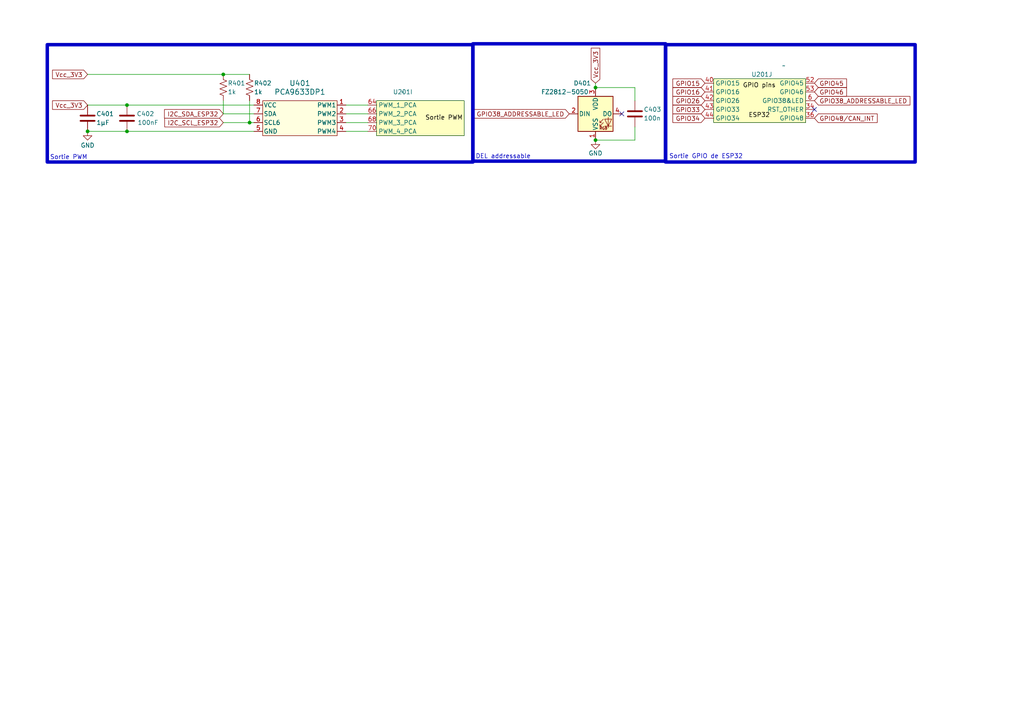
<source format=kicad_sch>
(kicad_sch (version 20231120) (generator "eeschema") (generator_version "8.0")
  (paper "A4")
  (lib_symbols
    (symbol "Device:C" (pin_numbers hide) (pin_names (offset 0.254))
      (property "Reference" "C" (at 0.635 2.54 0))
      (property "Value" "C" (at 0.635 -2.54 0))
      (symbol "C_0_1"
        (polyline (pts (xy -2.032 -0.762) (xy 2.032 -0.762)) (stroke (width 0.508)))
        (polyline (pts (xy -2.032 0.762) (xy 2.032 0.762)) (stroke (width 0.508)))
      )
      (symbol "C_1_1"
        (pin passive line (at 0 3.81 270) (length 2.794) (name "~") (number "1"))
        (pin passive line (at 0 -3.81 90) (length 2.794) (name "~") (number "2"))
      )
    )
    (symbol "Device:R_US" (pin_numbers hide) (pin_names (offset 0))
      (property "Reference" "R" (at 2.54 0 90))
      (property "Value" "R_US" (at -2.54 0 90))
      (symbol "R_US_0_1"
        (polyline (pts (xy 0 -2.286) (xy 0 -2.54)))
        (polyline (pts (xy 0 2.286) (xy 0 2.54)))
        (polyline (pts (xy 0 -0.762) (xy 1.016 -1.143) (xy 0 -1.524) (xy -1.016 -1.905) (xy 0 -2.286)))
        (polyline (pts (xy 0 0.762) (xy 1.016 0.381) (xy 0 0) (xy -1.016 -0.381) (xy 0 -0.762)))
        (polyline (pts (xy 0 2.286) (xy 1.016 1.905) (xy 0 1.524) (xy -1.016 1.143) (xy 0 0.762)))
      )
      (symbol "R_US_1_1"
        (pin passive line (at 0 3.81 270) (length 1.27) (name "~") (number "1"))
        (pin passive line (at 0 -3.81 90) (length 1.27) (name "~") (number "2"))
      )
    )
    (symbol "LED:Inolux_IN-PI554FCH" (pin_names (offset 0.254))
      (property "Reference" "D" (at 5.08 5.715 0))
      (property "Value" "Inolux_IN-PI554FCH" (at 1.27 -5.715 0))
      (symbol "Inolux_IN-PI554FCH_0_0"
        (text "RGB" (at 2.286 -4.191 0) (effects (font (size 0.762 0.762))))
      )
      (symbol "Inolux_IN-PI554FCH_0_1"
        (polyline (pts (xy 1.27 -3.556) (xy 1.778 -3.556)))
        (polyline (pts (xy 1.27 -2.54) (xy 1.778 -2.54)))
        (polyline (pts (xy 4.699 -3.556) (xy 2.667 -3.556)))
        (polyline (pts (xy 2.286 -2.54) (xy 1.27 -3.556) (xy 1.27 -3.048)))
        (polyline (pts (xy 2.286 -1.524) (xy 1.27 -2.54) (xy 1.27 -2.032)))
        (polyline (pts (xy 3.683 -1.016) (xy 3.683 -3.556) (xy 3.683 -4.064)))
        (polyline (pts (xy 4.699 -1.524) (xy 2.667 -1.524) (xy 3.683 -3.556) (xy 4.699 -1.524)))
        (rectangle (start 5.08 5.08) (end -5.08 -5.08) (stroke (width 0.254)) (fill (type background)))
      )
      (symbol "Inolux_IN-PI554FCH_1_1"
        (pin power_in line (at 0 -7.62 90) (length 2.54) (name "VSS") (number "1"))
        (pin input line (at -7.62 0 0) (length 2.54) (name "DIN") (number "2"))
        (pin power_in line (at 0 7.62 270) (length 2.54) (name "VDD") (number "3"))
        (pin output line (at 7.62 0 180) (length 2.54) (name "DO") (number "4"))
      )
    )
    (symbol "PCA9633DP1:PCA9633DP1" (pin_names (offset 0.254))
      (property "Reference" "U501" (at 0.635 8.89 0))
      (property "Value" "PCA9633DP1" (at 0.635 6.35 0))
      (symbol "PCA9633DP1_1_1"
        (rectangle (start -10.16 3.81) (end 11.43 -6.35) (fill (type color) (color 255 255 194 0.5)))
        (pin output line (at 13.97 2.54 180) (length 2.54) (name "PWM1") (number "1"))
        (pin output line (at 13.97 0 180) (length 2.54) (name "PWM2") (number "2"))
        (pin output line (at 13.97 -2.54 180) (length 2.54) (name "PWM3") (number "3"))
        (pin output line (at 13.97 -5.08 180) (length 2.54) (name "PWM4") (number "4"))
        (pin output line (at -12.7 -5.08 0) (length 2.54) (name "GND") (number "5"))
        (pin output line (at -12.7 -2.54 0) (length 2.54) (name "SCL6") (number "6"))
        (pin output line (at -12.7 0 0) (length 2.54) (name "SDA") (number "7"))
        (pin output line (at -12.7 2.54 0) (length 2.54) (name "VCC") (number "8"))
      )
    )
    (symbol "connecteur_SOM_ESP32_V2_1"
      (property "Reference" "U1" (at 6.35 7.62 0))
      (property "Value" "~" (at 6.35 7.62 0))
      (symbol "connecteur_SOM_ESP32_V2_1_1_1"
        (rectangle (start -13.97 0) (end 13.97 -35.56) (stroke (width 0) (color 72 0 0 1)) (fill (type background)))
        (text "Pins d'alimentation\n&\nResets" (at 0 -16.764 0) (effects (font (size 1.27 1.27) (bold yes))))
        (pin power_in line (at 16.51 -1.27 180) (length 2.54) (name "GND") (number "1"))
        (pin power_in line (at 16.51 -6.35 180) (length 2.54) (name "GND") (number "18"))
        (pin power_in line (at -16.51 -1.27 0) (length 2.54) (name "Vcc_3v3") (number "2"))
        (pin power_in line (at 16.51 -8.89 180) (length 2.54) (name "GND") (number "33"))
        (pin power_in line (at 16.51 -11.43 180) (length 2.54) (name "GND") (number "38"))
        (pin power_in line (at 16.51 -13.97 180) (length 2.54) (name "GND") (number "39"))
        (pin power_in line (at -16.51 -3.81 0) (length 2.54) (name "Vcc_3v3") (number "4"))
        (pin power_in line (at 16.51 -16.51 180) (length 2.54) (name "GND") (number "45"))
        (pin power_in line (at -16.51 -8.89 0) (length 2.54) (name "Vcc_5V") (number "50"))
        (pin power_in line (at 16.51 -19.05 180) (length 2.54) (name "GND") (number "51"))
        (pin bidirectional line (at -16.51 -6.35 0) (length 2.54) (name "RESET_AUTRES") (number "54"))
        (pin power_in line (at 16.51 -21.59 180) (length 2.54) (name "GND") (number "55"))
        (pin bidirectional line (at -16.51 -29.21 0) (length 2.54) (name "RESET_ESP32") (number "56"))
        (pin power_in line (at 16.51 -24.13 180) (length 2.54) (name "GND") (number "57"))
        (pin power_in line (at 16.51 -26.67 180) (length 2.54) (name "GND") (number "62"))
        (pin power_in line (at 16.51 -29.21 180) (length 2.54) (name "GND") (number "63"))
        (pin power_in line (at 16.51 -31.75 180) (length 2.54) (name "GND") (number "69"))
        (pin power_in line (at 16.51 -3.81 180) (length 2.54) (name "GND") (number "7"))
        (pin power_in line (at -16.51 -31.75 0) (length 2.54) (name "Vcc_3v3") (number "72"))
        (pin power_in line (at -16.51 -34.29 0) (length 2.54) (name "Vcc_3v3") (number "74"))
        (pin power_in line (at 16.51 -34.29 180) (length 2.54) (name "GND") (number "75"))
      )
      (symbol "connecteur_SOM_ESP32_V2_1_2_1"
        (rectangle (start -17.78 0) (end 16.51 -24.13) (stroke (width 0) (color 0 0 72 1)) (fill (type background)))
        (text "I2C" (at -0.254 -11.684 0) (effects (font (size 1.27 1.27))))
        (pin bidirectional line (at 19.05 -3.81 180) (length 2.54) (name "I2C_SCL_1_TCA") (number "11"))
        (pin bidirectional line (at 19.05 -7.62 180) (length 2.54) (name "I2C_SDA_2_TCA") (number "13"))
        (pin bidirectional line (at 19.05 -13.97 180) (length 2.54) (name "I2C_SDA_3_TCA") (number "14"))
        (pin bidirectional line (at 19.05 -10.16 180) (length 2.54) (name "I2C_SCL_2_TCA") (number "15"))
        (pin bidirectional line (at 19.05 -16.51 180) (length 2.54) (name "I2C_SCL_3_TCA") (number "16"))
        (pin bidirectional line (at 19.05 -20.32 180) (length 2.54) (name "I2C_SDA_4_TCA") (number "17"))
        (pin bidirectional line (at 19.05 -22.86 180) (length 2.54) (name "I2C_SCL_4_TCA") (number "19"))
        (pin bidirectional line (at -20.32 -10.16 0) (length 2.54) (name "I2C_SDA_ESP32") (number "58"))
        (pin bidirectional line (at -20.32 -12.7 0) (length 2.54) (name "I2C_SCL_ESP32") (number "60"))
        (pin bidirectional line (at 19.05 -1.27 180) (length 2.54) (name "I2C_SDA_1_TCA") (number "9"))
      )
      (symbol "connecteur_SOM_ESP32_V2_1_3_1"
        (rectangle (start -2.54 6.35) (end 15.24 -7.62) (stroke (width 0) (color 0 0 72 1)) (fill (type background)))
        (text "SPI" (at 0 0 0) (effects (font (size 1.27 1.27) (bold yes))))
        (pin bidirectional line (at 17.78 5.08 180) (length 2.54) (name "CS_1") (number "20"))
        (pin bidirectional line (at 17.78 2.54 180) (length 2.54) (name "CS_2") (number "21"))
        (pin bidirectional line (at 17.78 -1.27 180) (length 2.54) (name "SPI_CLK") (number "23"))
        (pin bidirectional line (at 17.78 -3.81 180) (length 2.54) (name "SPI_MOSI") (number "35"))
        (pin bidirectional line (at 17.78 -6.35 180) (length 2.54) (name "SPI_MISO") (number "37"))
      )
      (symbol "connecteur_SOM_ESP32_V2_1_4_1"
        (rectangle (start -12.7 2.54) (end 11.43 -2.54) (stroke (width 0) (color 0 0 72 1)) (fill (type background)))
        (text "Canbus" (at -8.636 0.254 0) (effects (font (size 1.27 1.27) (bold yes))))
        (pin bidirectional line (at 13.97 1.27 180) (length 2.54) (name "CAN_H_MCP2515") (number "71"))
        (pin bidirectional line (at 13.97 -1.27 180) (length 2.54) (name "CAN_L_MCP2515") (number "73"))
      )
      (symbol "connecteur_SOM_ESP32_V2_1_5_1"
        (rectangle (start -11.43 2.54) (end 3.81 -2.54) (stroke (width 0) (color 0 0 72 1)) (fill (type background)))
        (text "UART" (at -7.874 0.254 0) (effects (font (size 1.27 1.27) (bold yes))))
        (pin bidirectional line (at 6.35 1.27 180) (length 2.54) (name "UART_TX") (number "22"))
        (pin bidirectional line (at 6.35 -1.27 180) (length 2.54) (name "UART_RX") (number "32"))
      )
      (symbol "connecteur_SOM_ESP32_V2_1_6_1"
        (rectangle (start -13.97 2.54) (end 8.89 -2.54) (stroke (width 0) (color 0 0 72 1)) (fill (type background)))
        (text "USB" (at -11.176 0.254 0) (effects (font (size 1.27 1.27) (bold yes))))
        (pin bidirectional line (at 11.43 -1.27 180) (length 2.54) (name "USB_D+_FT231") (number "3"))
        (pin bidirectional line (at 11.43 1.27 180) (length 2.54) (name "USB_D-_FT231") (number "5"))
      )
      (symbol "connecteur_SOM_ESP32_V2_1_7_1"
        (rectangle (start -13.97 2.54) (end 10.16 -2.54) (stroke (width 0) (color 0 0 72 1)) (fill (type background)))
        (text "DEBUG" (at -9.906 0.254 0) (effects (font (size 1.27 1.27) (bold yes))))
        (pin bidirectional line (at 12.7 1.27 180) (length 2.54) (name "USB_DEBUG_D-") (number "46"))
        (pin bidirectional line (at 12.7 -1.27 180) (length 2.54) (name "USB_DEBUG_D+") (number "48"))
      )
      (symbol "connecteur_SOM_ESP32_V2_1_8_1"
        (rectangle (start -15.24 3.81) (end 5.08 -3.81) (stroke (width 0) (color 0 0 72 1)) (fill (type background)))
        (text "I2S" (at -12.192 0 0) (effects (font (size 1.27 1.27) (bold yes))))
        (pin bidirectional line (at 7.62 0 180) (length 2.54) (name "I2S_WS") (number "10"))
        (pin bidirectional line (at 7.62 -2.54 180) (length 2.54) (name "I2S_DIN/DOUT") (number "12"))
        (pin bidirectional line (at 7.62 2.54 180) (length 2.54) (name "I2S_BCLK") (number "8"))
      )
      (symbol "connecteur_SOM_ESP32_V2_1_9_1"
        (rectangle (start -11.43 5.08) (end 13.97 -5.08) (stroke (width 0) (color 0 72 0 1)) (fill (type background)))
        (text "Sortie PWM\n" (at -5.588 0.254 0) (effects (font (size 1.27 1.27))))
        (pin output line (at 16.51 3.81 180) (length 2.54) (name "PWM_1_PCA") (number "64"))
        (pin output line (at 16.51 1.27 180) (length 2.54) (name "PWM_2_PCA") (number "66"))
        (pin output line (at 16.51 -1.27 180) (length 2.54) (name "PWM_3_PCA") (number "68"))
        (pin output line (at 16.51 -3.81 180) (length 2.54) (name "PWM_4_PCA") (number "70"))
      )
      (symbol "connecteur_SOM_ESP32_V2_1_10_1"
        (rectangle (start -13.97 3.81) (end 12.7 -8.89) (stroke (width 0) (color 0 72 0 1)) (fill (type background)))
        (text "ESP32\n" (at -0.762 -6.604 0) (effects (font (size 1.27 1.27))))
        (text "GPIO pins" (at -0.762 2.032 0) (effects (font (size 1.27 1.27))))
        (pin bidirectional line (at 15.24 -5.08 180) (length 2.54) (name "GPIO47") (number "34"))
        (pin bidirectional line (at 15.24 -7.62 180) (length 2.54) (name "GPIO48") (number "36"))
        (pin bidirectional line (at -16.51 2.54 0) (length 2.54) (name "GPIO15") (number "40"))
        (pin bidirectional line (at -16.51 0 0) (length 2.54) (name "GPIO16") (number "41"))
        (pin bidirectional line (at -16.51 -2.54 0) (length 2.54) (name "GPIO26") (number "42"))
        (pin bidirectional line (at -16.51 -5.08 0) (length 2.54) (name "GPIO33") (number "43"))
        (pin bidirectional line (at -16.51 -7.62 0) (length 2.54) (name "GPIO34") (number "44"))
        (pin bidirectional line (at 15.24 2.54 180) (length 2.54) (name "GPIO45") (number "52"))
        (pin bidirectional line (at 15.24 0 180) (length 2.54) (name "GPIO46") (number "53"))
        (pin bidirectional line (at 15.24 -2.54 180) (length 2.54) (name "GPIO38&LED") (number "6"))
      )
    )
    (symbol "connecteur_m2_key_E:connecteur_SOM_ESP32_V2"
      (property "Reference" "U" (at 0 9.652 0))
      (symbol "connecteur_SOM_ESP32_V2_1_1"
        (rectangle (start -13.97 0) (end 13.97 -35.56) (stroke (width 0) (color 72 0 0 1)) (fill (type background)))
        (text "Pins d'alimentation\n&\nResets" (at 0 -16.764 0) (effects (font (size 1.27 1.27) (bold yes))))
        (pin power_in line (at 16.51 -1.27 180) (length 2.54) (name "GND") (number "1"))
        (pin power_in line (at 16.51 -6.35 180) (length 2.54) (name "GND") (number "18"))
        (pin power_in line (at -16.51 -1.27 0) (length 2.54) (name "Vcc_3v3") (number "2"))
        (pin power_in line (at 16.51 -8.89 180) (length 2.54) (name "GND") (number "33"))
        (pin power_in line (at 16.51 -11.43 180) (length 2.54) (name "GND") (number "38"))
        (pin power_in line (at 16.51 -13.97 180) (length 2.54) (name "GND") (number "39"))
        (pin power_in line (at -16.51 -3.81 0) (length 2.54) (name "Vcc_3v3") (number "4"))
        (pin power_in line (at 16.51 -16.51 180) (length 2.54) (name "GND") (number "45"))
        (pin power_in line (at -16.51 -8.89 0) (length 2.54) (name "Vcc_5V") (number "50"))
        (pin power_in line (at 16.51 -19.05 180) (length 2.54) (name "GND") (number "51"))
        (pin bidirectional line (at -16.51 -6.35 0) (length 2.54) (name "RESET_AUTRES") (number "54"))
        (pin power_in line (at 16.51 -21.59 180) (length 2.54) (name "GND") (number "55"))
        (pin bidirectional line (at -16.51 -29.21 0) (length 2.54) (name "RESET_ESP32") (number "56"))
        (pin power_in line (at 16.51 -24.13 180) (length 2.54) (name "GND") (number "57"))
        (pin power_in line (at 16.51 -26.67 180) (length 2.54) (name "GND") (number "62"))
        (pin power_in line (at 16.51 -29.21 180) (length 2.54) (name "GND") (number "63"))
        (pin power_in line (at 16.51 -31.75 180) (length 2.54) (name "GND") (number "69"))
        (pin power_in line (at 16.51 -3.81 180) (length 2.54) (name "GND") (number "7"))
        (pin power_in line (at -16.51 -31.75 0) (length 2.54) (name "Vcc_3v3") (number "72"))
        (pin power_in line (at -16.51 -34.29 0) (length 2.54) (name "Vcc_3v3") (number "74"))
        (pin power_in line (at 16.51 -34.29 180) (length 2.54) (name "GND") (number "75"))
      )
      (symbol "connecteur_SOM_ESP32_V2_2_1"
        (rectangle (start -17.78 0) (end 16.51 -24.13) (stroke (width 0) (color 0 0 72 1)) (fill (type background)))
        (text "I2C" (at -0.254 -11.684 0) (effects (font (size 1.27 1.27))))
        (pin bidirectional line (at 19.05 -3.81 180) (length 2.54) (name "I2C_SCL_1_TCA") (number "11"))
        (pin bidirectional line (at 19.05 -7.62 180) (length 2.54) (name "I2C_SDA_2_TCA") (number "13"))
        (pin bidirectional line (at 19.05 -13.97 180) (length 2.54) (name "I2C_SDA_3_TCA") (number "14"))
        (pin bidirectional line (at 19.05 -10.16 180) (length 2.54) (name "I2C_SCL_2_TCA") (number "15"))
        (pin bidirectional line (at 19.05 -16.51 180) (length 2.54) (name "I2C_SCL_3_TCA") (number "16"))
        (pin bidirectional line (at 19.05 -20.32 180) (length 2.54) (name "I2C_SDA_4_TCA") (number "17"))
        (pin bidirectional line (at 19.05 -22.86 180) (length 2.54) (name "I2C_SCL_4_TCA") (number "19"))
        (pin bidirectional line (at -20.32 -10.16 0) (length 2.54) (name "I2C_SDA_ESP32") (number "58"))
        (pin bidirectional line (at -20.32 -12.7 0) (length 2.54) (name "I2C_SCL_ESP32") (number "60"))
        (pin bidirectional line (at 19.05 -1.27 180) (length 2.54) (name "I2C_SDA_1_TCA") (number "9"))
      )
      (symbol "connecteur_SOM_ESP32_V2_3_1"
        (rectangle (start -2.54 6.35) (end 15.24 -7.62) (stroke (width 0) (color 0 0 72 1)) (fill (type background)))
        (text "SPI" (at 0 0 0) (effects (font (size 1.27 1.27) (bold yes))))
        (pin bidirectional line (at 17.78 5.08 180) (length 2.54) (name "SPI_CS_5") (number "20"))
        (pin bidirectional line (at 17.78 2.54 180) (length 2.54) (name "SPI_CS_6") (number "21"))
        (pin bidirectional line (at 17.78 -1.27 180) (length 2.54) (name "SPI_CLK") (number "23"))
        (pin bidirectional line (at 17.78 -3.81 180) (length 2.54) (name "SPI_MOSI") (number "35"))
        (pin bidirectional line (at 17.78 -6.35 180) (length 2.54) (name "SPI_MISO") (number "37"))
      )
      (symbol "connecteur_SOM_ESP32_V2_4_1"
        (rectangle (start -12.7 2.54) (end 11.43 -2.54) (stroke (width 0) (color 0 0 72 1)) (fill (type background)))
        (text "Canbus" (at -8.636 0.254 0) (effects (font (size 1.27 1.27) (bold yes))))
        (pin bidirectional line (at 13.97 1.27 180) (length 2.54) (name "CAN_H_MCP2515") (number "71"))
        (pin bidirectional line (at 13.97 -1.27 180) (length 2.54) (name "CAN_L_MCP2515") (number "73"))
      )
      (symbol "connecteur_SOM_ESP32_V2_5_1"
        (rectangle (start -11.43 2.54) (end 3.81 -2.54) (stroke (width 0) (color 0 0 72 1)) (fill (type background)))
        (text "UART" (at -7.874 0.254 0) (effects (font (size 1.27 1.27) (bold yes))))
        (pin bidirectional line (at 6.35 1.27 180) (length 2.54) (name "UART_TX") (number "22"))
        (pin bidirectional line (at 6.35 -1.27 180) (length 2.54) (name "UART_RX") (number "32"))
      )
      (symbol "connecteur_SOM_ESP32_V2_6_1"
        (rectangle (start -13.97 2.54) (end 8.89 -2.54) (stroke (width 0) (color 0 0 72 1)) (fill (type background)))
        (text "USB" (at -11.176 0.254 0) (effects (font (size 1.27 1.27) (bold yes))))
        (pin bidirectional line (at 11.43 -1.27 180) (length 2.54) (name "USB_D+_FT231") (number "3"))
        (pin bidirectional line (at 11.43 1.27 180) (length 2.54) (name "USB_D-_FT231") (number "5"))
      )
      (symbol "connecteur_SOM_ESP32_V2_7_1"
        (rectangle (start -13.97 2.54) (end 10.16 -2.54) (stroke (width 0) (color 0 0 72 1)) (fill (type background)))
        (text "DEBUG" (at -9.906 0.254 0) (effects (font (size 1.27 1.27) (bold yes))))
        (pin bidirectional line (at 12.7 1.27 180) (length 2.54) (name "USB_DEBUG_D-") (number "46"))
        (pin bidirectional line (at 12.7 -1.27 180) (length 2.54) (name "USB_DEBUG_D+") (number "48"))
      )
      (symbol "connecteur_SOM_ESP32_V2_8_1"
        (rectangle (start -15.24 3.81) (end 5.08 -3.81) (stroke (width 0) (color 0 0 72 1)) (fill (type background)))
        (text "I2S" (at -12.192 0 0) (effects (font (size 1.27 1.27) (bold yes))))
        (pin bidirectional line (at 7.62 0 180) (length 2.54) (name "I2S_WS") (number "10"))
        (pin bidirectional line (at 7.62 -2.54 180) (length 2.54) (name "I2S_DIN/DOUT") (number "12"))
        (pin bidirectional line (at 7.62 2.54 180) (length 2.54) (name "I2S_BCLK") (number "8"))
      )
      (symbol "connecteur_SOM_ESP32_V2_9_1"
        (rectangle (start -11.43 5.08) (end 13.97 -5.08) (stroke (width 0) (color 0 72 0 1)) (fill (type background)))
        (text "Sortie PWM\n" (at -5.588 0.254 0) (effects (font (size 1.27 1.27))))
        (pin output line (at 16.51 3.81 180) (length 2.54) (name "PWM_1_PCA") (number "64"))
        (pin output line (at 16.51 1.27 180) (length 2.54) (name "PWM_2_PCA") (number "66"))
        (pin output line (at 16.51 -1.27 180) (length 2.54) (name "PWM_3_PCA") (number "68"))
        (pin output line (at 16.51 -3.81 180) (length 2.54) (name "PWM_4_PCA") (number "70"))
      )
      (symbol "connecteur_SOM_ESP32_V2_10_1"
        (rectangle (start -13.97 3.81) (end 12.7 -8.89) (stroke (width 0) (color 0 72 0 1)) (fill (type background)))
        (text "ESP32\n" (at -0.762 -6.604 0) (effects (font (size 1.27 1.27))))
        (text "GPIO pins" (at -0.762 2.032 0) (effects (font (size 1.27 1.27))))
        (pin bidirectional line (at 15.24 -5.08 180) (length 2.54) (name "RST_OTHER") (number "34"))
        (pin bidirectional line (at 15.24 -7.62 180) (length 2.54) (name "GPIO48") (number "36"))
        (pin bidirectional line (at -16.51 2.54 0) (length 2.54) (name "GPIO15") (number "40"))
        (pin bidirectional line (at -16.51 0 0) (length 2.54) (name "GPIO16") (number "41"))
        (pin bidirectional line (at -16.51 -2.54 0) (length 2.54) (name "GPIO26") (number "42"))
        (pin bidirectional line (at -16.51 -5.08 0) (length 2.54) (name "GPIO33") (number "43"))
        (pin bidirectional line (at -16.51 -7.62 0) (length 2.54) (name "GPIO34") (number "44"))
        (pin bidirectional line (at 15.24 2.54 180) (length 2.54) (name "GPIO45") (number "52"))
        (pin bidirectional line (at 15.24 0 180) (length 2.54) (name "GPIO46") (number "53"))
        (pin bidirectional line (at 15.24 -2.54 180) (length 2.54) (name "GPIO38&LED") (number "6"))
      )
    )
    (symbol "power:GND" (power) (pin_numbers hide) (pin_names (offset 0) hide)
      (property "Value" "GND" (at 0 -3.81 0))
      (symbol "GND_0_1"
        (polyline (pts (xy 0 0) (xy 0 -1.27) (xy 1.27 -1.27) (xy 0 -2.54) (xy -1.27 -1.27) (xy 0 -1.27)))
      )
      (symbol "GND_1_1"
        (pin power_in line (at 0 0 270) (length 0) (name "~") (number "1"))
      )
    )
  )
  (junction (at 64.77 21.59))
  (junction (at 72.39 35.56))
  (junction (at 36.83 38.1))
  (junction (at 172.72 25.4))
  (junction (at 172.72 40.64))
  (junction (at 36.83 30.48))
  (junction (at 25.4 38.1))
  (no_connect (at 180.34 33.02))
  (no_connect (at 236.22 31.75))
  (wire (pts (xy 100.33 33.02) (xy 106.68 33.02)))
  (wire (pts (xy 36.83 30.48) (xy 73.66 30.48)))
  (wire (pts (xy 184.15 25.4) (xy 172.72 25.4)))
  (wire (pts (xy 64.77 35.56) (xy 72.39 35.56)))
  (wire (pts (xy 25.4 38.1) (xy 36.83 38.1)))
  (wire (pts (xy 184.15 40.64) (xy 172.72 40.64)))
  (wire (pts (xy 25.4 30.48) (xy 36.83 30.48)))
  (wire (pts (xy 64.77 21.59) (xy 72.39 21.59)))
  (wire (pts (xy 72.39 35.56) (xy 73.66 35.56)))
  (wire (pts (xy 36.83 38.1) (xy 73.66 38.1)))
  (wire (pts (xy 184.15 29.21) (xy 184.15 25.4)))
  (wire (pts (xy 25.4 21.59) (xy 64.77 21.59)))
  (wire (pts (xy 64.77 29.21) (xy 64.77 33.02)))
  (wire (pts (xy 100.33 30.48) (xy 106.68 30.48)))
  (wire (pts (xy 64.77 33.02) (xy 73.66 33.02)))
  (wire (pts (xy 72.39 29.21) (xy 72.39 35.56)))
  (wire (pts (xy 100.33 38.1) (xy 106.68 38.1)))
  (wire (pts (xy 172.72 24.13) (xy 172.72 25.4)))
  (wire (pts (xy 184.15 36.83) (xy 184.15 40.64)))
  (wire (pts (xy 100.33 35.56) (xy 106.68 35.56)))
  (rectangle (start 193.04 12.954) (end 265.43 46.99) (stroke (width 1)))
  (rectangle (start 137.16 12.7) (end 193.04 46.736) (stroke (width 1)))
  (rectangle (start 13.716 12.954) (end 137.16 46.99) (stroke (width 1)))
  (text "Sortie PWM\n" (at 14.478 45.72 0) (effects (font (size 1.27 1.27)) (justify left)))
  (text "DEL addressable" (at 137.922 45.466 0) (effects (font (size 1.27 1.27)) (justify left)))
  (text "Sortie GPIO de ESP32\n\n" (at 194.056 46.482 0) (effects (font (size 1.27 1.27)) (justify left)))
  (global_label "Vcc_3V3" (shape input) (at 25.4 21.59 180) (property "Intersheetrefs" "${INTERSHEET_REFS}" (effects (hide yes))))
  (global_label "GPIO38_ADDRESSABLE_LED" (shape input) (at 236.22 29.21 0) (property "Intersheetrefs" "${INTERSHEET_REFS}" (effects (hide yes))))
  (global_label "GPIO33" (shape input) (at 204.47 31.75 180) (property "Intersheetrefs" "${INTERSHEET_REFS}" (effects (hide yes))))
  (global_label "GPIO15" (shape input) (at 204.47 24.13 180) (property "Intersheetrefs" "${INTERSHEET_REFS}" (effects (hide yes))))
  (global_label "GPIO38_ADDRESSABLE_LED" (shape input) (at 165.1 33.02 180) (property "Intersheetrefs" "${INTERSHEET_REFS}" (effects (hide yes))))
  (global_label "GPIO46" (shape input) (at 236.22 26.67 0) (property "Intersheetrefs" "${INTERSHEET_REFS}" (effects (hide yes))))
  (global_label "Vcc_3V3" (shape input) (at 172.72 24.13 90) (property "Intersheetrefs" "${INTERSHEET_REFS}" (effects (hide yes))))
  (global_label "GPIO34" (shape input) (at 204.47 34.29 180) (property "Intersheetrefs" "${INTERSHEET_REFS}" (effects (hide yes))))
  (global_label "GPIO45" (shape input) (at 236.22 24.13 0) (property "Intersheetrefs" "${INTERSHEET_REFS}" (effects (hide yes))))
  (global_label "Vcc_3V3" (shape input) (at 25.4 30.48 180) (property "Intersheetrefs" "${INTERSHEET_REFS}" (effects (hide yes))))
  (global_label "GPIO26" (shape input) (at 204.47 29.21 180) (property "Intersheetrefs" "${INTERSHEET_REFS}" (effects (hide yes))))
  (global_label "GPIO48{slash}CAN_INT" (shape input) (at 236.22 34.29 0) (property "Intersheetrefs" "${INTERSHEET_REFS}" (effects (hide yes))))
  (global_label "I2C_SCL_ESP32" (shape input) (at 64.77 35.56 180) (property "Intersheetrefs" "${INTERSHEET_REFS}" (effects (hide yes))))
  (global_label "I2C_SDA_ESP32" (shape input) (at 64.77 33.02 180) (property "Intersheetrefs" "${INTERSHEET_REFS}" (effects (hide yes))))
  (global_label "GPIO16" (shape input) (at 204.47 26.67 180) (property "Intersheetrefs" "${INTERSHEET_REFS}" (effects (hide yes))))
  (symbol (lib_id "Device:C") (at 36.83 34.29 0) (unit 1)
    (property "Reference" "C402" (at 39.624 33.02 0) (effects (justify left)))
    (property "Value" "100nF" (at 39.878 35.56 0) (effects (justify left)))
    (property "Footprint" "Resistor_SMD:R_0805_2012Metric" (effects (hide yes)))
    (property "Description" "Unpolarized capacitor" (effects (hide yes)))
  )
  (symbol (lib_id "connecteur_m2_key_E:connecteur_SOM_ESP32_V2") (at 220.98 26.67 0) (unit 10)
    (property "Reference" "U201" (at 220.98 21.59 0))
    (property "Value" "~" (at 227.33 19.05 0))
    (property "Footprint" "connecteur_M2_key_E:NGFF_E" (effects (hide yes)))
  )
  (symbol (lib_id "Device:C") (at 184.15 33.02 0) (unit 1)
    (property "Reference" "C403" (at 186.69 31.75 0) (effects (justify left)))
    (property "Value" "100n" (at 186.69 34.29 0) (effects (justify left)))
    (property "Footprint" "Capacitor_SMD:C_0805_2012Metric" (effects (hide yes)))
    (property "Description" "Unpolarized capacitor" (effects (hide yes)))
  )
  (symbol (lib_id "Device:R_US") (at 72.39 25.4 0) (unit 1)
    (property "Reference" "R402" (at 73.66 24.13 0) (effects (justify left)))
    (property "Value" "1k" (at 73.66 26.67 0) (effects (justify left)))
    (property "Footprint" "Resistor_SMD:R_0805_2012Metric" (effects (hide yes)))
    (property "Description" "Resistor, US symbol" (effects (hide yes)))
  )
  (symbol (lib_id "power:GND") (at 25.4 38.1 0) (unit 1)
    (property "Reference" "#PWR0401" (effects (hide yes)))
    (property "Value" "GND" (at 25.4 42.164 0))
    (property "Description" "Power symbol creates a global label with name \"GND\" , ground" (effects (hide yes)))
  )
  (symbol (lib_id "PCA9633DP1:PCA9633DP1") (at 86.36 33.02 0) (unit 1)
    (property "Reference" "U401" (at 86.995 24.13 0) (effects (font (size 1.524 1.524))))
    (property "Value" "PCA9633DP1" (at 86.995 26.67 0) (effects (font (size 1.524 1.524))))
    (property "Footprint" "Package_DFN_QFN:DFN-8-1EP_2x2mm_P0.5mm_EP0.9x1.6mm" (effects (hide yes)))
    (property "Datasheet" "PCA9633DP1" (effects (hide yes)))
  )
  (symbol (lib_id "power:GND") (at 172.72 40.64 0) (unit 1)
    (property "Reference" "#PWR0402" (effects (hide yes)))
    (property "Value" "GND" (at 172.72 44.45 0))
    (property "Description" "Power symbol creates a global label with name \"GND\" , ground" (effects (hide yes)))
  )
  (symbol (lib_id "Device:R_US") (at 64.77 25.4 0) (unit 1)
    (property "Reference" "R401" (at 66.04 24.13 0) (effects (justify left)))
    (property "Value" "1k" (at 66.04 26.67 0) (effects (justify left)))
    (property "Footprint" "Resistor_SMD:R_0805_2012Metric" (effects (hide yes)))
    (property "Description" "Resistor, US symbol" (effects (hide yes)))
  )
  (symbol (lib_name "connecteur_SOM_ESP32_V2_1") (lib_id "connecteur_m2_key_E:connecteur_SOM_ESP32_V2") (at 123.19 34.29 0) (mirror y) (unit 9)
    (property "Reference" "U201" (at 116.84 26.67 0))
    (property "Value" "~" (at 116.84 26.67 0))
    (property "Footprint" "connecteur_M2_key_E:NGFF_E" (effects (hide yes)))
  )
  (symbol (lib_id "LED:Inolux_IN-PI554FCH") (at 172.72 33.02 0) (unit 1)
    (property "Reference" "D401" (at 168.91 24.13 0))
    (property "Value" "FZ2812-5050" (at 163.83 26.67 0))
    (property "Footprint" "LED_SMD:LED_Inolux_IN-PI554FCH_PLCC4_5.0x5.0mm_P3.2mm" (effects (hide yes)))
    (property "Datasheet" "http://www.inolux-corp.com/datasheet/SMDLED/Addressable%20LED/IN-PI554FCH.pdf" (effects (hide yes)))
    (property "Description" "5050 RGB LED 4-Pin with integrated IC" (effects (hide yes)))
  )
  (symbol (lib_id "Device:C") (at 25.4 34.29 0) (unit 1)
    (property "Reference" "C401" (at 27.94 33.02 0) (effects (justify left)))
    (property "Value" "1µF" (at 27.94 35.56 0) (effects (justify left)))
    (property "Footprint" "Resistor_SMD:R_0805_2012Metric" (effects (hide yes)))
    (property "Description" "Unpolarized capacitor" (effects (hide yes)))
  )
)
</source>
